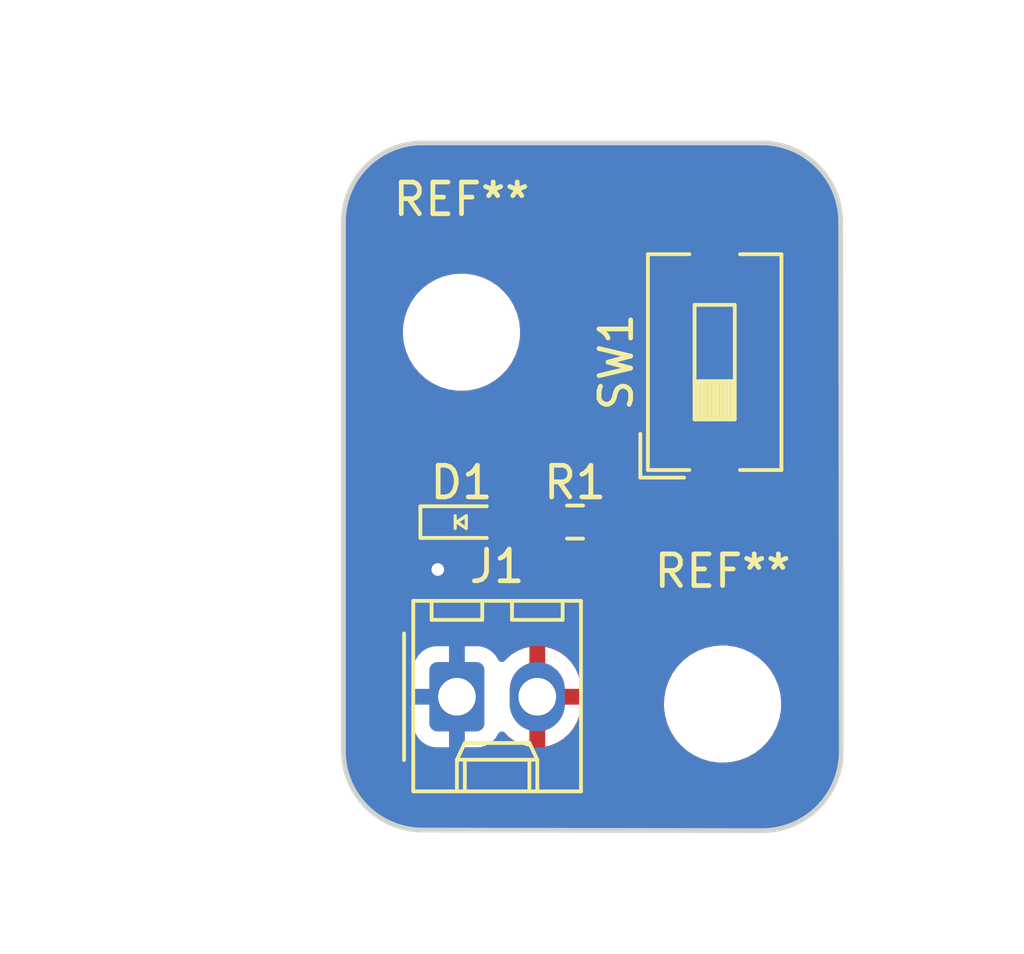
<source format=kicad_pcb>
(kicad_pcb (version 20221018) (generator pcbnew)
  (title_block (title "HardwareIntro") (date "2023-09-10") (rev "0.0") (company "Illini Solar Car") (comment 1 "Designed By: Jiseob"))
  (layers (0 "F.Cu" signal) (31 "B.Cu" signal) (34 "B.Paste" user) (35 "F.Paste" user) (36 "B.SilkS" user "B.Silkscreen") (37 "F.SilkS" user "F.Silkscreen") (38 "B.Mask" user) (39 "F.Mask" user) (44 "Edge.Cuts" user))
  (net 0 "")
  (net 1 "GND")
  (net 2 "Net-(D1-A)")
  (net 3 "Net-(R1-Pad1)")
  (net 4 "+3V3")
  (footprint "Resistor_SMD:R_0603_1608Metric_Pad0.98x0.95mm_HandSolder" (layer "F.Cu") (at 42.5875 48 180)
    (fp_text reference "R1" (at 0 1.25) (layer "F.SilkS"))
    (fp_text value "105")
    (fp_line (start -0.254724 -0.5225) (end 0.254724 -0.5225) (stroke (width 0.12)) (layer "F.SilkS"))
    (fp_line (start -0.254724 0.5225) (end 0.254724 0.5225) (stroke (width 0.12)) (layer "F.SilkS"))
    (pad "1" smd roundrect (at -0.9125 0 180) (size 0.975 0.95) (layers "F.Cu" "F.Paste" "F.Mask") (net 3 "Net-(R1-Pad1)"))
    (pad "2" smd roundrect (at 0.9125 0 180) (size 0.975 0.95) (layers "F.Cu" "F.Paste" "F.Mask") (net 2 "Net-(D1-A)"))
  )
  (footprint "MountingHole:MountingHole_3.2mm_M3" (layer "F.Cu") (at 47.25 53.75)
    (fp_text reference "REF**" (at 0 -4.2) (layer "F.SilkS"))
    (fp_text value "MountingHole_3.2mm_M3")
    (pad "" np_thru_hole circle (at 0 0) (size 3.2 3.2) (drill 3.2) (layers "F&B.Cu" "*.Mask"))
  )
  (footprint "Button_Switch_SMD:SW_DIP_SPSTx01_Slide_6.7x4.1mm_W8.61mm_P2.54mm_LowProfile" (layer "F.Cu") (at 47 42.945 90)
    (fp_text reference "SW1" (at 0 -3.11 90) (layer "F.SilkS"))
    (fp_text value "SW_Push")
    (fp_line (start -3.65 -2.35) (end -3.65 -0.967) (stroke (width 0.12)) (layer "F.SilkS"))
    (fp_line (start -3.65 -2.35) (end -2.267 -2.35) (stroke (width 0.12)) (layer "F.SilkS"))
    (fp_line (start -3.41 -2.11) (end -3.41 -0.8) (stroke (width 0.12)) (layer "F.SilkS"))
    (fp_line (start -3.41 -2.11) (end 3.41 -2.11) (stroke (width 0.12)) (layer "F.SilkS"))
    (fp_line (start -3.41 0.8) (end -3.41 2.11) (stroke (width 0.12)) (layer "F.SilkS"))
    (fp_line (start -3.41 2.11) (end 3.41 2.11) (stroke (width 0.12)) (layer "F.SilkS"))
    (fp_line (start -1.81 -0.635) (end -1.81 0.635) (stroke (width 0.12)) (layer "F.SilkS"))
    (fp_line (start -1.81 -0.515) (end -0.603333 -0.515) (stroke (width 0.12)) (layer "F.SilkS"))
    (fp_line (start -1.81 -0.395) (end -0.603333 -0.395) (stroke (width 0.12)) (layer "F.SilkS"))
    (fp_line (start -1.81 -0.275) (end -0.603333 -0.275) (stroke (width 0.12)) (layer "F.SilkS"))
    (fp_line (start -1.81 -0.155) (end -0.603333 -0.155) (stroke (width 0.12)) (layer "F.SilkS"))
    (fp_line (start -1.81 -0.035) (end -0.603333 -0.035) (stroke (width 0.12)) (layer "F.SilkS"))
    (fp_line (start -1.81 0.085) (end -0.603333 0.085) (stroke (width 0.12)) (layer "F.SilkS"))
    (fp_line (start -1.81 0.205) (end -0.603333 0.205) (stroke (width 0.12)) (layer "F.SilkS"))
    (fp_line (start -1.81 0.325) (end -0.603333 0.325) (stroke (width 0.12)) (layer "F.SilkS"))
    (fp_line (start -1.81 0.445) (end -0.603333 0.445) (stroke (width 0.12)) (layer "F.SilkS"))
    (fp_line (start -1.81 0.565) (end -0.603333 0.565) (stroke (width 0.12)) (layer "F.SilkS"))
    (fp_line (start -1.81 0.635) (end 1.81 0.635) (stroke (width 0.12)) (layer "F.SilkS"))
    (fp_line (start -0.603333 -0.635) (end -0.603333 0.635) (stroke (width 0.12)) (layer "F.SilkS"))
    (fp_line (start 1.81 -0.635) (end -1.81 -0.635) (stroke (width 0.12)) (layer "F.SilkS"))
    (fp_line (start 1.81 0.635) (end 1.81 -0.635) (stroke (width 0.12)) (layer "F.SilkS"))
    (fp_line (start 3.41 -2.11) (end 3.41 -0.8) (stroke (width 0.12)) (layer "F.SilkS"))
    (fp_line (start 3.41 0.8) (end 3.41 2.11) (stroke (width 0.12)) (layer "F.SilkS"))
    (pad "1" smd rect (at -4.305 0 90) (size 2.44 1.12) (layers "F.Cu" "F.Paste" "F.Mask") (net 4 "+3V3"))
    (pad "2" smd rect (at 4.305 0 90) (size 2.44 1.12) (layers "F.Cu" "F.Paste" "F.Mask") (net 3 "Net-(R1-Pad1)"))
  )
  (footprint "layout:LED_0603_Symbol_on_F.SilkS" (layer "F.Cu") (at 39 48)
    (fp_text reference "D1" (at 0 -1.25) (layer "F.SilkS"))
    (fp_text value "LED_RED")
    (fp_line (start -1.3 -0.5) (end -1.3 0.5) (stroke (width 0.12)) (layer "F.SilkS"))
    (fp_line (start -1.3 -0.5) (end 0.8 -0.5) (stroke (width 0.12)) (layer "F.SilkS"))
    (fp_line (start -1.3 0.5) (end 0.8 0.5) (stroke (width 0.12)) (layer "F.SilkS"))
    (fp_line (start -0.2 -0.2) (end -0.2 0.2) (stroke (width 0.1)) (layer "F.SilkS"))
    (fp_line (start -0.15 0) (end 0.15 -0.2) (stroke (width 0.1)) (layer "F.SilkS"))
    (fp_line (start 0.15 -0.2) (end 0.15 0.2) (stroke (width 0.1)) (layer "F.SilkS"))
    (fp_line (start 0.15 0.2) (end -0.15 0) (stroke (width 0.1)) (layer "F.SilkS"))
    (pad "1" smd rect (at -0.8 0 180) (size 0.8 0.8) (layers "F.Cu" "F.Paste" "F.Mask") (net 1 "GND"))
    (pad "2" smd rect (at 0.8 0 180) (size 0.8 0.8) (layers "F.Cu" "F.Paste" "F.Mask") (net 2 "Net-(D1-A)"))
  )
  (footprint "Connector_Molex:Molex_KK-254_AE-6410-02A_1x02_P2.54mm_Vertical" (layer "F.Cu") (at 38.855 53.52)
    (fp_text reference "J1" (at 1.27 -4.12) (layer "F.SilkS"))
    (fp_text value "Conn_01x02")
    (fp_line (start -1.67 -2) (end -1.67 2) (stroke (width 0.12)) (layer "F.SilkS"))
    (fp_line (start -1.38 -3.03) (end -1.38 2.99) (stroke (width 0.12)) (layer "F.SilkS"))
    (fp_line (start -1.38 2.99) (end 3.92 2.99) (stroke (width 0.12)) (layer "F.SilkS"))
    (fp_line (start -0.8 -3.03) (end -0.8 -2.43) (stroke (width 0.12)) (layer "F.SilkS"))
    (fp_line (start -0.8 -2.43) (end 0.8 -2.43) (stroke (width 0.12)) (layer "F.SilkS"))
    (fp_line (start 0 1.99) (end 0.25 1.46) (stroke (width 0.12)) (layer "F.SilkS"))
    (fp_line (start 0 1.99) (end 2.54 1.99) (stroke (width 0.12)) (layer "F.SilkS"))
    (fp_line (start 0 2.99) (end 0 1.99) (stroke (width 0.12)) (layer "F.SilkS"))
    (fp_line (start 0.25 1.46) (end 2.29 1.46) (stroke (width 0.12)) (layer "F.SilkS"))
    (fp_line (start 0.25 2.99) (end 0.25 1.99) (stroke (width 0.12)) (layer "F.SilkS"))
    (fp_line (start 0.8 -2.43) (end 0.8 -3.03) (stroke (width 0.12)) (layer "F.SilkS"))
    (fp_line (start 1.74 -3.03) (end 1.74 -2.43) (stroke (width 0.12)) (layer "F.SilkS"))
    (fp_line (start 1.74 -2.43) (end 3.34 -2.43) (stroke (width 0.12)) (layer "F.SilkS"))
    (fp_line (start 2.29 1.46) (end 2.54 1.99) (stroke (width 0.12)) (layer "F.SilkS"))
    (fp_line (start 2.29 2.99) (end 2.29 1.99) (stroke (width 0.12)) (layer "F.SilkS"))
    (fp_line (start 2.54 1.99) (end 2.54 2.99) (stroke (width 0.12)) (layer "F.SilkS"))
    (fp_line (start 3.34 -2.43) (end 3.34 -3.03) (stroke (width 0.12)) (layer "F.SilkS"))
    (fp_line (start 3.92 -3.03) (end -1.38 -3.03) (stroke (width 0.12)) (layer "F.SilkS"))
    (fp_line (start 3.92 2.99) (end 3.92 -3.03) (stroke (width 0.12)) (layer "F.SilkS"))
    (pad "1" thru_hole roundrect (at 0 0) (size 1.74 2.19) (drill 1.19) (layers "*.Cu" "*.Mask") (roundrect_rratio 0.143678) (net 1 "GND"))
    (pad "2" thru_hole oval (at 2.54 0) (size 1.74 2.19) (drill 1.19) (layers "*.Cu" "*.Mask") (net 4 "+3V3"))
  )
  (footprint "MountingHole:MountingHole_3.2mm_M3" (layer "F.Cu") (at 39 42)
    (fp_text reference "REF**" (at 0 -4.2) (layer "F.SilkS"))
    (fp_text value "MountingHole_3.2mm_M3")
    (pad "" np_thru_hole circle (at 0 0) (size 3.2 3.2) (drill 3.2) (layers "*.Cu" "*.Mask"))
  )
  (gr_arc (start 48.482233 36.017767) (mid 50.249999 36.75) (end 50.982233 38.517767) (stroke (width 0.15)) (layer "Edge.Cuts"))
  (gr_arc (start 37.767767 57.732233) (mid 36.000001 57) (end 35.267767 55.232233) (stroke (width 0.15)) (layer "Edge.Cuts"))
  (gr_line (start 35.267767 55.232233) (end 35.267767 38.517767) (stroke (width 0.15)) (layer "Edge.Cuts"))
  (gr_line (start 37.767767 36.017767) (end 48.482233 36.017767) (stroke (width 0.15)) (layer "Edge.Cuts"))
  (gr_line (start 48.5 57.75) (end 37.767767 57.732233) (stroke (width 0.15)) (layer "Edge.Cuts"))
  (gr_line (start 50.982233 38.517767) (end 51 55.25) (stroke (width 0.15)) (layer "Edge.Cuts"))
  (gr_arc (start 35.267767 38.517767) (mid 36 36.750001) (end 37.767767 36.017767) (stroke (width 0.15)) (layer "Edge.Cuts"))
  (gr_arc (start 51 55.25) (mid 50.267767 57.017766) (end 48.5 57.75) (stroke (width 0.15)) (layer "Edge.Cuts"))
  (segment (start 38.2 48) (end 38.2 49.45) (width 0.25) (layer "F.Cu") (net 1))
  (segment (start 38.2 49.45) (end 38.25 49.5) (width 0.25) (layer "F.Cu") (net 1))
  (via (at 38.25 49.5) (size 0.8) (drill 0.4) (layers "F.Cu" "B.Cu") (net 1))
  (segment (start 39.8 48) (end 41.675 48) (width 0.25) (layer "F.Cu") (net 2))
  (segment (start 45.11 38.64) (end 44 39.75) (width 0.25) (layer "F.Cu") (net 3))
  (segment (start 47 38.64) (end 45.11 38.64) (width 0.25) (layer "F.Cu") (net 3))
  (segment (start 44 46.25) (end 43.5 46.75) (width 0.25) (layer "F.Cu") (net 3))
  (segment (start 44 39.75) (end 44 46.25) (width 0.25) (layer "F.Cu") (net 3))
  (segment (start 43.5 46.75) (end 43.5 48) (width 0.25) (layer "F.Cu") (net 3))
  (zone (net 4) (net_name "+3V3") (layer "F.Cu") (connect_pads (clearance 0.508)) (min_thickness 0.25) (fill yes (thermal_gap 0.5) (thermal_bridge_width 0.5))
    (polygon (pts (xy 35.25 35.75) (xy 51.25 35.75) (xy 51.5 58) (xy 35 58)))
  )
  (zone (net 1) (net_name "GND") (layer "B.Cu") (priority 1) (connect_pads (clearance 0.508)) (min_thickness 0.25) (fill yes (thermal_gap 0.5) (thermal_bridge_width 0.5))
    (polygon (pts (xy 35.25 35.5) (xy 51.25 35.5) (xy 51.5 58) (xy 35 58)))
  )
)
</source>
